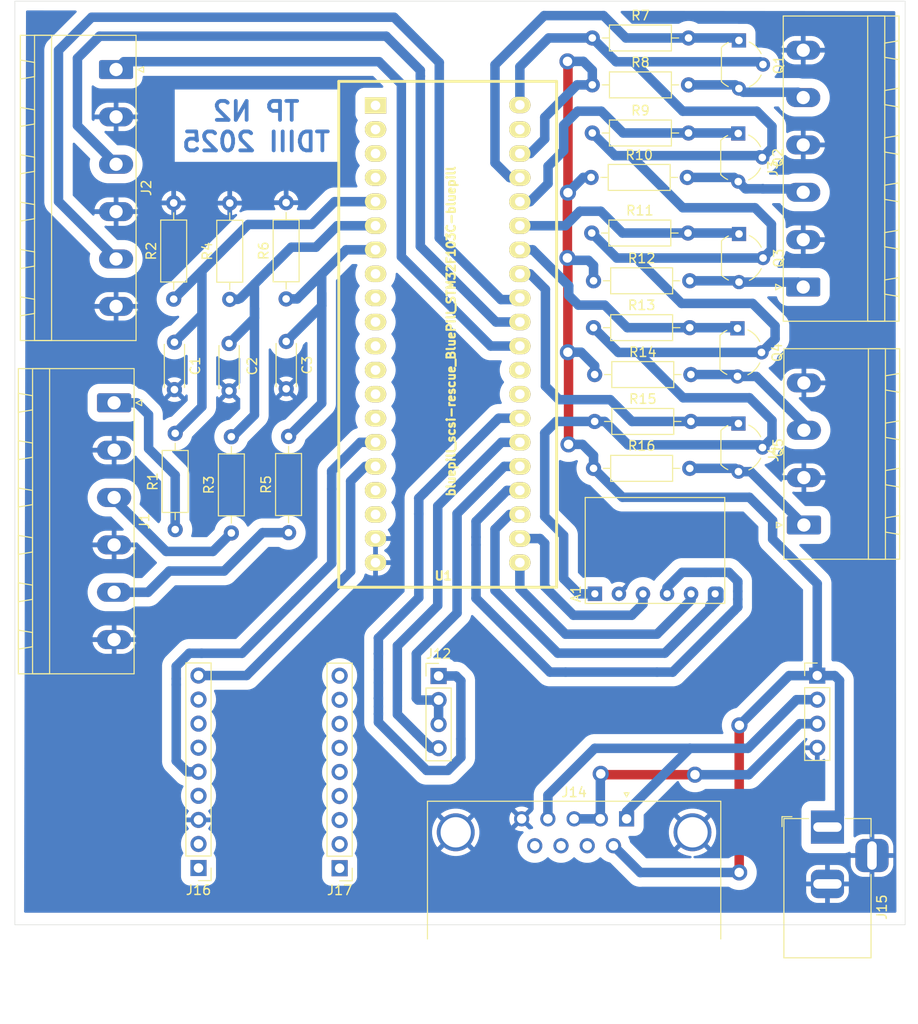
<source format=kicad_pcb>
(kicad_pcb (version 20241229) (generator "pcbnew") (generator_version "9.0")
  (layers (0 "F.Cu" signal) (2 "B.Cu" signal) (13 "F.Paste" user) (15 "B.Paste" user) (5 "F.SilkS" user "F.Silkscreen") (7 "B.SilkS" user "B.Silkscreen") (1 "F.Mask" user) (3 "B.Mask" user) (25 "Edge.Cuts" user))
  (net 0 "")
  (net 1 "/MISO")
  (net 2 "GND")
  (net 3 "/MOSI")
  (net 4 "/CS")
  (net 5 "/SCK")
  (net 6 "/A0")
  (net 7 "/A1")
  (net 8 "/A2")
  (net 9 "/D0")
  (net 10 "/D1")
  (net 11 "+5V")
  (net 12 "/D2")
  (net 13 "/TX1")
  (net 14 "/DIR")
  (net 15 "/RX1")
  (net 16 "/RS485_A")
  (net 17 "+3.3V")
  (net 18 "/TX3")
  (net 19 "/RX3")
  (net 20 "/D3")
  (net 21 "/D4")
  (net 22 "/D5")
  (net 23 "/D6")
  (net 24 "/D7")
  (net 38 "Net-(J1-Pin_3)")
  (net 39 "Net-(J1-Pin_1)")
  (net 40 "Net-(J1-Pin_5)")
  (net 41 "Net-(J3-Pin_3)")
  (net 42 "Net-(J3-Pin_1)")
  (net 43 "Net-(J4-Pin_3)")
  (net 44 "Net-(J4-Pin_1)")
  (net 62 "Net-(J3-Pin_5)")
  (net 64 "unconnected-(J14-Pad8)")
  (net 66 "/RS485_B")
  (footprint "Package_TO_SOT_THT:TO-92_Wide" (layer "F.Cu") (at 182.3 73.54 -90)
    (property "Reference" "Q4")
    (property "Value" "2N7000")
  )
  (footprint "Connector_Phoenix_MSTB:PhoenixContact_MSTBA_2,5_6-G_1x06_P5.00mm_Horizontal" (layer "F.Cu") (at 116.6875 46.22 -90)
    (property "Reference" "J2")
    (property "Value" "Conn_01x06_Pin")
  )
  (footprint "Connector_PinHeader_2.54mm:PinHeader_1x04_P2.54mm_Vertical" (layer "F.Cu") (at 190.72 110.2)
    (property "Reference" "J13" (hide yes))
    (property "Value" "Conn_01x04_Pin")
  )
  (footprint "Connector_Phoenix_MSTB:PhoenixContact_MSTBA_2,5_6-G_1x06_P5.00mm_Horizontal" (layer "F.Cu") (at 189.24 69.18 90)
    (property "Reference" "J3")
    (property "Value" "Conn_01x06_Pin")
  )
  (footprint "Resistor_THT:R_Axial_DIN0207_L6.3mm_D2.5mm_P10.16mm_Horizontal" (layer "F.Cu") (at 128.69 70.48 90)
    (property "Reference" "R4")
    (property "Value" "10k")
  )
  (footprint "Resistor_THT:R_Axial_DIN0207_L6.3mm_D2.5mm_P10.16mm_Horizontal" (layer "F.Cu") (at 166.84 57.61)
    (property "Reference" "R10")
    (property "Value" "390")
  )
  (footprint "Connector_PinHeader_2.54mm:PinHeader_1x09_P2.54mm_Vertical" (layer "F.Cu") (at 140.29 130.53 180)
    (property "Reference" "J17")
    (property "Value" "Conn_01x09_Pin")
  )
  (footprint "" (layer "F.Cu") (at 182.48 130.98)
    (property "Reference" "")
    (property "Value" "")
  )
  (footprint "Resistor_THT:R_Axial_DIN0207_L6.3mm_D2.5mm_P10.16mm_Horizontal" (layer "F.Cu") (at 166.97 42.89)
    (property "Reference" "R7")
    (property "Value" "10k")
  )
  (footprint "Resistor_THT:R_Axial_DIN0207_L6.3mm_D2.5mm_P10.16mm_Horizontal" (layer "F.Cu") (at 166.97 52.92)
    (property "Reference" "R9")
    (property "Value" "10k")
  )
  (footprint "Resistor_THT:R_Axial_DIN0207_L6.3mm_D2.5mm_P10.16mm_Horizontal" (layer "F.Cu") (at 167.1 73.47)
    (property "Reference" "R13")
    (property "Value" "10k")
  )
  (footprint "Package_TO_SOT_THT:TO-92_Wide" (layer "F.Cu") (at 182.45 43.15 -90)
    (property "Reference" "Q1")
    (property "Value" "2N7000")
  )
  (footprint "Resistor_THT:R_Axial_DIN0207_L6.3mm_D2.5mm_P10.16mm_Horizontal" (layer "F.Cu") (at 167.1 68.52)
    (property "Reference" "R12")
    (property "Value" "390")
  )
  (footprint "Resistor_THT:R_Axial_DIN0207_L6.3mm_D2.5mm_P10.16mm_Horizontal" (layer "F.Cu") (at 128.859 95.1455 90)
    (property "Reference" "R3")
    (property "Value" "5.1k")
  )
  (footprint "" (layer "F.Cu") (at 164.35 45.36)
    (property "Reference" "")
    (property "Value" "")
  )
  (footprint "" (layer "F.Cu") (at 164.46 85.79)
    (property "Reference" "")
    (property "Value" "")
  )
  (footprint "" (layer "F.Cu") (at 167.86 120.57)
    (property "Reference" "")
    (property "Value" "")
  )
  (footprint "Package_TO_SOT_THT:TO-92_Wide" (layer "F.Cu") (at 182.38 52.97 -90)
    (property "Reference" "Q2")
    (property "Value" "2N7000")
  )
  (footprint "Capacitor_THT:C_Disc_D4.3mm_W1.9mm_P5.00mm" (layer "F.Cu") (at 122.85 75.01 -90)
    (property "Reference" "C1")
    (property "Value" "10nF")
  )
  (footprint "" (layer "F.Cu") (at 182.5 115.45)
    (property "Reference" "")
    (property "Value" "")
  )
  (footprint "Connector_PinHeader_2.54mm:PinHeader_1x09_P2.54mm_Vertical" (layer "F.Cu") (at 125.39 130.51 180)
    (property "Reference" "J16")
    (property "Value" "Conn_01x09_Pin")
  )
  (footprint "Bluepill:BluePill_STM32F103C" (layer "F.Cu") (at 144.08 50.0608)
    (property "Reference" "U1")
    (property "Value" "bluepill_scsi-rescue_BluePill_STM32F103C-bluepill")
  )
  (footprint "" (layer "F.Cu") (at 164.34 66.11)
    (property "Reference" "")
    (property "Value" "")
  )
  (footprint "CharlesLab:BMP280_Module" (layer "F.Cu") (at 167.24 101.562 90)
    (property "Reference" "A1")
    (property "Value" "BMP280_Module")
  )
  (footprint "Connector_PinHeader_2.54mm:PinHeader_1x04_P2.54mm_Vertical" (layer "F.Cu") (at 150.74 110.24)
    (property "Reference" "J12")
    (property "Value" "Conn_01x04_Pin")
  )
  (footprint "Resistor_THT:R_Axial_DIN0207_L6.3mm_D2.5mm_P10.16mm_Horizontal" (layer "F.Cu") (at 167.1 88.32)
    (property "Reference" "R16")
    (property "Value" "390")
  )
  (footprint "Resistor_THT:R_Axial_DIN0207_L6.3mm_D2.5mm_P10.16mm_Horizontal" (layer "F.Cu") (at 167.22 83.37)
    (property "Reference" "R15")
    (property "Value" "10k")
  )
  (footprint "Resistor_THT:R_Axial_DIN0207_L6.3mm_D2.5mm_P10.16mm_Horizontal" (layer "F.Cu") (at 122.929 94.7855 90)
    (property "Reference" "R1")
    (property "Value" "5.1k")
  )
  (footprint "Capacitor_THT:C_Disc_D4.3mm_W1.9mm_P5.00mm" (layer "F.Cu") (at 134.651 74.9245 -90)
    (property "Reference" "C3")
    (property "Value" "10nF")
  )
  (footprint "Package_TO_SOT_THT:TO-92_Wide" (layer "F.Cu") (at 182.4 83.59 -90)
    (property "Reference" "Q5")
    (property "Value" "2N7000")
  )
  (footprint "Connector_Phoenix_MSTB:PhoenixContact_MSTBA_2,5_6-G_1x06_P5.00mm_Horizontal" (layer "F.Cu") (at 116.48 81.4 -90)
    (property "Reference" "J1")
    (property "Value" "Conn_01x06_Pin")
  )
  (footprint "Resistor_THT:R_Axial_DIN0207_L6.3mm_D2.5mm_P10.16mm_Horizontal" (layer "F.Cu") (at 134.641 70.4345 90)
    (property "Reference" "R6")
    (property "Value" "10k")
  )
  (footprint "Connector_Phoenix_MSTB:PhoenixContact_MSTBA_2,5_4-G_1x04_P5.00mm_Horizontal" (layer "F.Cu") (at 189.31 94.3 90)
    (property "Reference" "J4")
    (property "Value" "Conn_01x04_Pin")
  )
  (footprint "JACK_DC:BarrelJack_Horizontal_MP" (layer "F.Cu") (at 191.8 126.19 90)
    (property "Reference" "J15")
    (property "Value" "Barrel_Jack_MountingPin")
  )
  (footprint "Capacitor_THT:C_Disc_D4.3mm_W1.9mm_P5.00mm" (layer "F.Cu") (at 128.62 75.14 -90)
    (property "Reference" "C2")
    (property "Value" "10nF")
  )
  (footprint "" (layer "F.Cu") (at 164.39 76.06)
    (property "Reference" "")
    (property "Value" "")
  )
  (footprint "Resistor_THT:R_Axial_DIN0207_L6.3mm_D2.5mm_P10.16mm_Horizontal" (layer "F.Cu") (at 134.9 95.11 90)
    (property "Reference" "R5")
    (property "Value" "5.1k")
  )
  (footprint "Resistor_THT:R_Axial_DIN0207_L6.3mm_D2.5mm_P10.16mm_Horizontal" (layer "F.Cu") (at 167.22 78.42)
    (property "Reference" "R14")
    (property "Value" "390")
  )
  (footprint "Resistor_THT:R_Axial_DIN0207_L6.3mm_D2.5mm_P10.16mm_Horizontal" (layer "F.Cu") (at 122.77 70.46 90)
    (property "Reference" "R2")
    (property "Value" "10k")
  )
  (footprint "Connector_Dsub:DSUB-9_Socket_Horizontal_P2.77x2.84mm_EdgePinOffset9.90mm_Housed_MountingHolesOffset11.32mm" (layer "F.Cu") (at 170.59 125.319669)
    (property "Reference" "J14")
    (property "Value" "DE9_Socket_MountingHoles")
  )
  (footprint "" (layer "F.Cu") (at 177.81 120.66)
    (property "Reference" "")
    (property "Value" "")
  )
  (footprint "Resistor_THT:R_Axial_DIN0207_L6.3mm_D2.5mm_P10.16mm_Horizontal" (layer "F.Cu") (at 166.97 47.84)
    (property "Reference" "R8")
    (property "Value" "390")
  )
  (footprint "Package_TO_SOT_THT:TO-92_Wide" (layer "F.Cu") (at 182.46 63.58 -90)
    (property "Reference" "Q3")
    (property "Value" "2N7000")
  )
  (footprint "Resistor_THT:R_Axial_DIN0207_L6.3mm_D2.5mm_P10.16mm_Horizontal" (layer "F.Cu") (at 166.91 63.48)
    (property "Reference" "R11")
    (property "Value" "10k")
  )
  (footprint "" (layer "F.Cu") (at 164.4 59.22)
    (property "Reference" "")
    (property "Value" "")
  )
  (gr_line (start 106 136.5) (end 106 39) (stroke (width 0.05)) (layer "Edge.Cuts"))
  (gr_line (start 106 39) (end 200 39) (stroke (width 0.05)) (layer "Edge.Cuts"))
  (gr_line (start 200 136.5) (end 106 136.5) (stroke (width 0.05)) (layer "Edge.Cuts"))
  (gr_line (start 200 39) (end 200 136.5) (stroke (width 0.05)) (layer "Edge.Cuts"))
  (gr_text "TP N2\nTDIII 2025" (at 131.47 55.02 0) (layer "B.Cu") (effects (font (size 2 2) (thickness 0.4) (bold yes)) (justify bottom mirror)))
  (segment (start 179.94 102.512207) (end 179.401 103.051207) (width 1) (layer "B.Cu") (net 1))
  (segment (start 156.694 94.750551) (end 158.254551 93.19) (width 1) (layer "B.Cu") (net 1))
  (segment (start 180.329 101.3) (end 180.329 102.123207) (width 1) (layer "B.Cu") (net 1))
  (segment (start 180.329 102.123207) (end 179.94 102.512207) (width 1) (layer "B.Cu") (net 1))
  (segment (start 158.254551 93.19) (end 159.32 93.19) (width 1) (layer "B.Cu") (net 1))
  (segment (start 174.625207 107.827) (end 163.319317 107.827) (width 1) (layer "B.Cu") (net 1))
  (segment (start 156.694 101.201684) (end 156.694 94.750551) (width 1) (layer "B.Cu") (net 1))
  (segment (start 163.319317 107.827) (end 156.694 101.201684) (width 1) (layer "B.Cu") (net 1))
  (segment (start 179.94 101.562) (end 179.94 102.512207) (width 1) (layer "B.Cu") (net 1))
  (segment (start 179.401 103.051207) (end 179.401 102.761366) (width 1) (layer "B.Cu") (net 1))
  (segment (start 179.401 103.051207) (end 174.625207 107.827) (width 1) (layer "B.Cu") (net 1))
  (segment (start 179.663 101.3) (end 180.329 101.3) (width 1) (layer "B.Cu") (net 1))
  (segment (start 179.401 102.761366) (end 179.663 102.499366) (width 1) (layer "B.Cu") (net 1))
  (segment (start 179.663 102.499366) (end 179.663 101.3) (width 1) (layer "B.Cu") (net 1))
  (segment (start 182.33 100.471159) (end 182.33 101.294365) (width 1) (layer "B.Cu") (net 3))
  (segment (start 174.86 100.901634) (end 176.462634 99.299) (width 1) (layer "B.Cu") (net 3))
  (segment (start 180.491841 99.299) (end 180.877366 99.299) (width 1) (layer "B.Cu") (net 3))
  (segment (start 181.941 103.341048) (end 181.402 103.880049) (width 1) (layer "B.Cu") (net 3))
  (segment (start 181.389 99.299) (end 182.33 100.24) (width 1) (layer "B.Cu") (net 3))
  (segment (start 155.865159 103.202684) (end 154.693 102.030526) (width 1) (layer "B.Cu") (net 3))
  (segment (start 174.86 101.562) (end 174.86 100.901634) (width 1) (layer "B.Cu") (net 3))
  (segment (start 179.002634 99.299) (end 179.500159 99.299) (width 1) (layer "B.Cu") (net 3))
  (segment (start 180.229842 105.052207) (end 175.454048 109.828) (width 1) (layer "B.Cu") (net 3))
  (segment (start 154.693 102.030525) (end 154.693 100.372842) (width 1) (layer "B.Cu") (net 3))
  (segment (start 181.941 103.341049) (end 181.941 103.341048) (width 1) (layer "B.Cu") (net 3))
  (segment (start 182.33 102.952049) (end 181.941 103.341049) (width 1) (layer "B.Cu") (net 3))
  (segment (start 157.204362 104.541887) (end 155.865159 103.202684) (width 1) (layer "B.Cu") (net 3))
  (segment (start 154.693 96.397) (end 154.693 95.579393) (width 1) (layer "B.Cu") (net 3))
  (segment (start 181.402 103.880049) (end 180.768842 104.513207) (width 1) (layer "B.Cu") (net 3))
  (segment (start 157.964709 90.65) (end 159.32 90.65) (width 1) (layer "B.Cu") (net 3))
  (segment (start 156.253551 92.361159) (end 156.57 92.044709) (width 1) (layer "B.Cu") (net 3))
  (segment (start 154.693 93.921709) (end 156.253551 92.361159) (width 1) (layer "B.Cu") (net 3))
  (segment (start 173.796365 109.828) (end 164.148159 109.828) (width 1) (layer "B.Cu") (net 3))
  (segment (start 179.500159 99.299) (end 180.491841 99.299) (width 1) (layer "B.Cu") (net 3))
  (segment (start 180.877366 99.299) (end 181.157841 99.299) (width 1) (layer "B.Cu") (net 3))
  (segment (start 154.693 102.030526) (end 154.693 102.030525) (width 1) (layer "B.Cu") (net 3))
  (segment (start 162.490475 109.828) (end 157.840599 105.178125) (width 1) (layer "B.Cu") (net 3))
  (segment (start 154.693 95.579393) (end 154.693 93.921709) (width 1) (layer "B.Cu") (net 3))
  (segment (start 175.454048 109.828) (end 175.454049 109.828) (width 1) (layer "B.Cu") (net 3))
  (segment (start 154.693 100.372842) (end 154.693 96.397) (width 1) (layer "B.Cu") (net 3))
  (segment (start 175.454048 109.828) (end 173.796365 109.828) (width 1) (layer "B.Cu") (net 3))
  (segment (start 157.425709 91.189) (end 157.964709 90.65) (width 1) (layer "B.Cu") (net 3))
  (segment (start 164.148159 109.828) (end 162.490475 109.828) (width 1) (layer "B.Cu") (net 3))
  (segment (start 156.57 92.044709) (end 157.425709 91.189) (width 1) (layer "B.Cu") (net 3))
  (segment (start 157.840599 105.178125) (end 157.204362 104.541887) (width 1) (layer "B.Cu") (net 3))
  (segment (start 180.768842 104.513207) (end 180.229842 105.052207) (width 1) (layer "B.Cu") (net 3))
  (segment (start 182.33 101.294365) (end 182.33 102.128841) (width 1) (layer "B.Cu") (net 3))
  (segment (start 182.33 102.952049) (end 182.33 102.952048) (width 1) (layer "B.Cu") (net 3))
  (segment (start 178.834159 99.299) (end 179.002634 99.299) (width 1) (layer "B.Cu") (net 3))
  (segment (start 182.33 102.128841) (end 182.33 102.952049) (width 1) (layer "B.Cu") (net 3))
  (segment (start 176.462634 99.299) (end 178.834159 99.299) (width 1) (layer "B.Cu") (net 3))
  (segment (start 182.33 100.24) (end 182.33 100.471159) (width 1) (layer "B.Cu") (net 3))
  (segment (start 181.157841 99.299) (end 181.389 99.299) (width 1) (layer "B.Cu") (net 3))
  (segment (start 159.32 100.997841) (end 159.32 98.27) (width 1) (layer "B.Cu") (net 4))
  (segment (start 177.4 102.222366) (end 173.796366 105.826) (width 1) (layer "B.Cu") (net 4))
  (segment (start 164.148158 105.826) (end 159.32 100.997841) (width 1) (layer "B.Cu") (net 4))
  (segment (start 177.4 101.562) (end 177.4 102.222366) (width 1) (layer "B.Cu") (net 4))
  (segment (start 173.796366 105.826) (end 164.148158 105.826) (width 1) (layer "B.Cu") (net 4))
  (segment (start 161.946 96.231) (end 161.946 100.794) (width 1) (layer "B.Cu") (net 5))
  (segment (start 161.445 95.73) (end 161.946 96.231) (width 1) (layer "B.Cu") (net 5))
  (segment (start 172.32 102.63963) (end 172.32 101.562) (width 1) (layer "B.Cu") (net 5))
  (segment (start 161.946 100.794) (end 164.977 103.825) (width 1) (layer "B.Cu") (net 5))
  (segment (start 171.13463 103.825) (end 172.32 102.63963) (width 1) (layer "B.Cu") (net 5))
  (segment (start 164.977 103.825) (end 171.13463 103.825) (width 1) (layer "B.Cu") (net 5))
  (segment (start 159.32 95.73) (end 161.445 95.73) (width 1) (layer "B.Cu") (net 5))
  (segment (start 125.75 72.11) (end 125.75 71.97) (width 1) (layer "B.Cu") (net 6))
  (segment (start 122.77 70.46) (end 125.75 67.48) (width 1) (layer "B.Cu") (net 6))
  (segment (start 125.75 81.8045) (end 122.929 84.6255) (width 1) (layer "B.Cu") (net 6))
  (segment (start 122.73 70.5) (end 122.77 70.46) (width 1) (layer "B.Cu") (net 6))
  (segment (start 130.6545 62.5755) (end 137.353683 62.5755) (width 1) (layer "B.Cu") (net 6))
  (segment (start 137.353683 62.5755) (end 139.759183 60.17) (width 1) (layer "B.Cu") (net 6))
  (segment (start 125.75 81.8045) (end 125.75 71.97) (width 1) (layer "B.Cu") (net 6))
  (segment (start 125.75 71.97) (end 125.75 67.48) (width 1) (layer "B.Cu") (net 6))
  (segment (start 139.759183 60.17) (end 144.08 60.17) (width 1) (layer "B.Cu") (net 6))
  (segment (start 125.75 67.48) (end 130.6545 62.5755) (width 1) (layer "B.Cu") (net 6))
  (segment (start 122.85 75.01) (end 125.75 72.11) (width 1) (layer "B.Cu") (net 6))
  (segment (start 135.19 64.9755) (end 137.783525 64.9755) (width 1) (layer "B.Cu") (net 7))
  (segment (start 133.03775 67.12775) (end 135.19 64.9755) (width 1) (layer "B.Cu") (net 7))
  (segment (start 128.62 75.14) (end 131.3 72.46) (width 1) (layer "B.Cu") (net 7))
  (segment (start 128.62 70.55) (end 128.69 70.48) (width 1) (layer "B.Cu") (net 7))
  (segment (start 131.831 68.3345) (end 133.03775 67.12775) (width 1) (layer "B.Cu") (net 7))
  (segment (start 131.831 68.3445) (end 129.801 70.3745) (width 1) (layer "B.Cu") (net 7))
  (segment (start 129.56 70.48) (end 128.69 70.48) (width 1) (layer "B.Cu") (net 7))
  (segment (start 131.3 71.45) (end 131.3 68.8655) (width 1) (layer "B.Cu") (net 7))
  (segment (start 140.049025 62.71) (end 144.08 62.71) (width 1) (layer "B.Cu") (net 7))
  (segment (start 131.3 68.8655) (end 133.03775 67.12775) (width 1) (layer "B.Cu") (net 7))
  (segment (start 143.73 62.71) (end 144.08 62.71) (width 1) (layer "B.Cu") (net 7))
  (segment (start 131.3 82.68) (end 131.3 71.45) (width 1) (layer "B.Cu") (net 7))
  (segment (start 129.1 84.88) (end 131.3 82.68) (width 1) (layer "B.Cu") (net 7))
  (segment (start 131.3 72.46) (end 131.3 71.45) (width 1) (layer "B.Cu") (net 7))
  (segment (start 137.783525 64.9755) (end 140.049025 62.71) (width 1) (layer "B.Cu") (net 7))
  (segment (start 143.5546 62.8854) (end 143.73 62.71) (width 1) (layer "B.Cu") (net 7))
  (segment (start 131.831 68.3345) (end 131.831 68.3445) (width 1) (layer "B.Cu") (net 7))
  (segment (start 140.9855 65.25) (end 138.4 67.8355) (width 1) (layer "B.Cu") (net 8))
  (segment (start 135.801 70.4345) (end 138.4 67.8355) (width 1) (layer "B.Cu") (net 8))
  (segment (start 138.4 81.45) (end 134.9 84.95) (width 1) (layer "B.Cu") (net 8))
  (segment (start 134.641 70.4345) (end 135.801 70.4345) (width 1) (layer "B.Cu") (net 8))
  (segment (start 134.651 74.9245) (end 138.4 71.1755) (width 1) (layer "B.Cu") (net 8))
  (segment (start 138.4 71.1755) (end 138.4 69.81) (width 1) (layer "B.Cu") (net 8))
  (segment (start 144.08 65.25) (end 140.9855 65.25) (width 1) (layer "B.Cu") (net 8))
  (segment (start 144.08 65.4254) (end 144.08 65.25) (width 1) (layer "B.Cu") (net 8))
  (segment (start 138.4 67.8355) (end 138.4 81.45) (width 1) (layer "B.Cu") (net 8))
  (segment (start 156.24 75.41) (end 146.81 65.98) (width 1) (layer "B.Cu") (net 9))
  (segment (start 146.81 47.7494) (end 144.4506 45.39) (width 1) (layer "B.Cu") (net 9))
  (segment (start 117.5175 45.39) (end 116.6875 46.22) (width 1) (layer "B.Cu") (net 9))
  (segment (start 159.32 75.41) (end 156.24 75.41) (width 1) (layer "B.Cu") (net 9))
  (segment (start 146.81 65.98) (end 146.81 47.7494) (width 1) (layer "B.Cu") (net 9))
  (segment (start 144.4506 45.39) (end 117.5175 45.39) (width 1) (layer "B.Cu") (net 9))
  (segment (start 112.61 45.0315) (end 114.94 42.7015) (width 1) (layer "B.Cu") (net 10))
  (segment (start 156.8 72.87) (end 159.32 72.87) (width 1) (layer "B.Cu") (net 10))
  (segment (start 114.94 42.7015) (end 145.20555 42.7015) (width 1) (layer "B.Cu") (net 10))
  (segment (start 148.811 64.881) (end 156.8 72.87) (width 1) (layer "B.Cu") (net 10))
  (segment (start 145.20555 42.7015) (end 148.811 46.30695) (width 1) (layer "B.Cu") (net 10))
  (segment (start 148.811 46.920559) (end 148.811 46.920558) (width 1) (layer "B.Cu") (net 10))
  (segment (start 148.811 46.30695) (end 148.811 46.920559) (width 1) (layer "B.Cu") (net 10))
  (segment (start 148.811 46.920559) (end 148.811 64.881) (width 1) (layer "B.Cu") (net 10))
  (segment (start 116.6875 56.22) (end 112.61 52.1425) (width 1) (layer "B.Cu") (net 10))
  (segment (start 112.61 52.1425) (end 112.61 45.0315) (width 1) (layer "B.Cu") (net 10))
  (segment (start 164.34 59.28) (end 164.4 59.22) (width 1) (layer "F.Cu") (net 11))
  (segment (start 164.4 45.41) (end 164.35 45.36) (width 1) (layer "F.Cu") (net 11))
  (segment (start 182.48 130.98) (end 182.48 115.48) (width 1) (layer "F.Cu") (net 11))
  (segment (start 164.46 76.13) (end 164.39 76.06) (width 1) (layer "F.Cu") (net 11))
  (segment (start 164.39 66.16) (end 164.34 66.11) (width 1) (layer "F.Cu") (net 11))
  (segment (start 164.39 76.06) (end 164.39 66.16) (width 1) (layer "F.Cu") (net 11))
  (segment (start 164.34 66.11) (end 164.34 59.28) (width 1) (layer "F.Cu") (net 11))
  (segment (start 164.46 85.79) (end 164.46 76.13) (width 1) (layer "F.Cu") (net 11))
  (segment (start 164.4 59.22) (end 164.4 45.41) (width 1) (layer "F.Cu") (net 11))
  (segment (start 187.75 110.2) (end 190.72 110.2) (width 1) (layer "B.Cu") (net 11))
  (segment (start 166.84 57.61) (end 166.01 57.61) (width 1) (layer "B.Cu") (net 11))
  (segment (start 167.1 88.32) (end 167.1 86.96) (width 1) (layer "B.Cu") (net 11))
  (segment (start 183.555079 91.374921) (end 170.154921 91.374921) (width 1) (layer "B.Cu") (net 11))
  (segment (start 167.1 66.9) (end 166.56 66.36) (width 1) (layer "B.Cu") (net 11))
  (segment (start 182.5 115.45) (end 187.75 110.2) (width 1) (layer "B.Cu") (net 11))
  (segment (start 190.72 100.493214) (end 189.508393 99.281607) (width 1) (layer "B.Cu") (net 11))
  (segment (start 172.045331 130.98) (end 182.48 130.98) (width 1) (layer "B.Cu") (net 11))
  (segment (start 172.035331 130.99) (end 172.045331 130.98) (width 1) (layer "B.Cu") (net 11))
  (segment (start 165.79 76.06) (end 164.39 76.06) (width 1) (layer "B.Cu") (net 11))
  (segment (start 167.22 77.49) (end 165.79 76.06) (width 1) (layer "B.Cu") (net 11))
  (segment (start 166.97 46.3) (end 166.03 45.36) (width 1) (layer "B.Cu") (net 11))
  (segment (start 159.32 55.09) (end 160.4 55.09) (width 1) (layer "B.Cu") (net 11))
  (segment (start 164.615133 66.36) (end 164.352566 66.097433) (width 1) (layer "B.Cu") (net 11))
  (segment (start 161.949 53.541) (end 161.949 51.261158) (width 1) (layer "B.Cu") (net 11))
  (segment (start 167.22 78.42) (end 167.22 77.49) (width 1) (layer "B.Cu") (net 11))
  (segment (start 165.93 85.79) (end 164.46 85.79) (width 1) (layer "B.Cu") (net 11))
  (segment (start 167.1 86.96) (end 165.93 85.79) (width 1) (layer "B.Cu") (net 11))
  (segment (start 161.949 51.261158) (end 165.370158 47.84) (width 1) (layer "B.Cu") (net 11))
  (segment (start 190.72 110.2) (end 190.72 100.493214) (width 1) (layer "B.Cu") (net 11))
  (segment (start 166.56 66.36) (end 164.615133 66.36) (width 1) (layer "B.Cu") (net 11))
  (segment (start 165.370158 47.84) (end 166.97 47.84) (width 1) (layer "B.Cu") (net 11))
  (segment (start 190.313393 100.086607) (end 189.508393 99.281607) (width 1) (layer "B.Cu") (net 11))
  (segment (start 166.03 45.36) (end 164.35 45.36) (width 1) (layer "B.Cu") (net 11))
  (segment (start 160.4 55.09) (end 161.949 53.541) (width 1) (layer "B.Cu") (net 11))
  (segment (start 167.1 68.52) (end 167.1 66.9) (width 1) (layer "B.Cu") (net 11))
  (segment (start 192.57 110.2) (end 190.72 110.2) (width 1) (layer "B.Cu") (net 11))
  (segment (start 186.009 93.828842) (end 183.555079 91.374921) (width 1) (layer "B.Cu") (net 11))
  (segment (start 191.8 126.19) (end 191.8 127.11) (width 1) (layer "B.Cu") (net 11))
  (segment (start 193.071 110.701) (end 192.57 110.2) (width 1) (layer "B.Cu") (net 11))
  (segment (start 186.009 95.782214) (end 186.009 93.828842) (width 1) (layer "B.Cu") (net 11))
  (segment (start 169.205 128.159669) (end 172.035331 130.99) (width 1) (layer "B.Cu") (net 11))
  (segment (start 193.071 124.919) (end 193.071 110.701) (width 1) (layer "B.Cu") (net 11))
  (segment (start 166.01 57.61) (end 164.4 59.22) (width 1) (layer "B.Cu") (net 11))
  (segment (start 166.97 47.84) (end 166.97 46.3) (width 1) (layer "B.Cu") (net 11))
  (segment (start 189.508393 99.281607) (end 186.009 95.782214) (width 1) (layer "B.Cu") (net 11))
  (segment (start 191.8 126.19) (end 193.071 124.919) (width 1) (layer "B.Cu") (net 11))
  (segment (start 170.154921 91.374921) (end 167.1 88.32) (width 1) (layer "B.Cu") (net 11))
  (segment (start 150.812 45.478108) (end 150.812 63.992) (width 1) (layer "B.Cu") (net 12))
  (segment (start 110.609 44.202658) (end 114.111159 40.7005) (width 1) (layer "B.Cu") (net 12))
  (segment (start 146.034391 40.7005) (end 150.812 45.478108) (width 1) (layer "B.Cu") (net 12))
  (segment (start 159.4954 70.5054) (end 159.32 70.33) (width 1) (layer "B.Cu") (net 12))
  (segment (start 150.812 63.992) (end 157.3254 70.5054) (width 1) (layer "B.Cu") (net 12))
  (segment (start 116.6875 66.22) (end 110.609 60.1415) (width 1) (layer "B.Cu") (net 12))
  (segment (start 114.111159 40.7005) (end 146.034391 40.7005) (width 1) (layer "B.Cu") (net 12))
  (segment (start 157.3254 70.5054) (end 159.4954 70.5054) (width 1) (layer "B.Cu") (net 12))
  (segment (start 110.609 60.1415) (end 110.609 44.202658) (width 1) (layer "B.Cu") (net 12))
  (segment (start 146.388 108.717842) (end 146.388 111.762158) (width 1) (layer "B.Cu") (net 13))
  (segment (start 157.379842 85.57) (end 159.32 85.57) (width 1) (layer "B.Cu") (net 13))
  (segment (start 148.389 116.293817) (end 149.766183 117.671) (width 1) (layer "B.Cu") (net 13))
  (segment (start 146.388 107.060159) (end 146.388 107.060158) (width 1) (layer "B.Cu") (net 13))
  (segment (start 146.388 113.419842) (end 146.388 114.292817) (width 1) (layer "B.Cu") (net 13))
  (segment (start 146.388 107.060159) (end 146.388 108.717842) (width 1) (layer "B.Cu") (net 13))
  (segment (start 146.388 113.419841) (end 146.388 113.419842) (width 1) (layer "B.Cu") (net 13))
  (segment (start 150.65 92.299842) (end 150.65 102.798158) (width 1) (layer "B.Cu") (net 13))
  (segment (start 159.32 85.57) (end 159.32 85.7454) (width 1) (layer "B.Cu") (net 13))
  (segment (start 149.766183 117.671) (end 149.955183 117.86) (width 1) (layer "B.Cu") (net 13))
  (segment (start 150.65 102.798158) (end 146.388 107.060157) (width 1) (layer "B.Cu") (net 13))
  (segment (start 149.955183 117.86) (end 150.74 117.86) (width 1) (layer "B.Cu") (net 13))
  (segment (start 146.388 111.762158) (end 146.388 113.419841) (width 1) (layer "B.Cu") (net 13))
  (segment (start 146.388 114.292817) (end 148.389 116.293817) (width 1) (layer "B.Cu") (net 13))
  (segment (start 150.65 92.299842) (end 157.379842 85.57) (width 1) (layer "B.Cu") (net 13))
  (segment (start 146.388 107.060157) (end 146.388 107.060159) (width 1) (layer "B.Cu") (net 13))
  (segment (start 152.692 93.092868) (end 152.692 103.586) (width 1) (layer "B.Cu") (net 14))
  (segment (start 159.32 88.11) (end 157.674867 88.11) (width 1) (layer "B.Cu") (net 14))
  (segment (start 152.692 103.586) (end 148.389 107.889) (width 1) (layer "B.Cu") (net 14))
  (segment (start 157.674867 88.11) (end 156.051157 89.733709) (width 1) (layer "B.Cu") (net 14))
  (segment (start 148.389 112.591) (end 148.578 112.78) (width 1) (layer "B.Cu") (net 14))
  (segment (start 148.389 107.889) (end 148.389 112.591) (width 1) (layer "B.Cu") (net 14))
  (segment (start 156.051157 89.733709) (end 152.692 93.092868) (width 1) (layer "B.Cu") (net 14))
  (segment (start 150.74 112.78) (end 150.74 115.32) (width 1) (layer "B.Cu") (net 14))
  (segment (start 156.051157 89.733709) (end 156.051158 89.733709) (width 1) (layer "B.Cu") (net 14))
  (segment (start 148.578 112.78) (end 150.74 112.78) (width 1) (layer "B.Cu") (net 14))
  (segment (start 148.649 93.128684) (end 148.649 91.471001) (width 1) (layer "B.Cu") (net 15))
  (segment (start 148.649 91.471) (end 149.24 90.88) (width 1) (layer "B.Cu") (net 15))
  (segment (start 152.59 110.24) (end 153.091 110.741) (width 1) (layer "B.Cu") (net 15))
  (segment (start 144.387 106.231318) (end 144.387 106.231317) (width 1) (layer "B.Cu") (net 15))
  (segment (start 144.387 106.231315) (end 145.559159 105.059157) (width 1) (layer "B.Cu") (net 15))
  (segment (start 148.937341 119.672) (end 147.765183 118.499842) (width 1) (layer "B.Cu") (net 15))
  (segment (start 157.09 83.03) (end 159.32 83.03) (width 1) (layer "B.Cu") (net 15))
  (segment (start 146.388 117.122659) (end 144.387 115.121658) (width 1) (layer "B.Cu") (net 15))
  (segment (start 144.387 109.546683) (end 144.387 107.889001) (width 1) (layer "B.Cu") (net 15))
  (segment (start 150.74 110.24) (end 150.691 110.191) (width 1) (layer "B.Cu") (net 15))
  (segment (start 151.713817 120.211) (end 149.766183 120.211) (width 1) (layer "B.Cu") (net 15))
  (segment (start 144.387 114.248683) (end 144.387 114.248682) (width 1) (layer "B.Cu") (net 15))
  (segment (start 149.126341 119.861) (end 148.937341 119.672) (width 1) (layer "B.Cu") (net 15))
  (segment (start 148.649 91.471001) (end 148.649 91.471) (width 1) (layer "B.Cu") (net 15))
  (segment (start 156.988351 83.131648) (end 156.988352 83.131648) (width 1) (layer "B.Cu") (net 15))
  (segment (start 144.387 106.231317) (end 144.387 106.231315) (width 1) (layer "B.Cu") (net 15))
  (segment (start 144.387 107.889001) (end 144.387 107.889) (width 1) (layer "B.Cu") (net 15))
  (segment (start 144.387 112.590999) (end 144.387 110.933317) (width 1) (layer "B.Cu") (net 15))
  (segment (start 144.387 113.463975) (end 144.387 112.591001) (width 1) (layer "B.Cu") (net 15))
  (segment (start 150.74 110.24) (end 152.59 110.24) (width 1) (layer "B.Cu") (net 15))
  (segment (start 144.387 115.121658) (end 144.387 114.248683) (width 1) (layer "B.Cu") (net 15))
  (segment (start 147.765183 118.499842) (end 147.560158 118.294817) (width 1) (layer "B.Cu") (net 15))
  (segment (start 156.988352 83.131648) (end 156.988354 83.131646) (width 1) (layer "B.Cu") (net 15))
  (segment (start 149.476341 120.211) (end 149.126341 119.861) (width 1) (layer "B.Cu") (net 15))
  (segment (start 149.24 90.88) (end 156.695312 83.424688) (width 1) (layer "B.Cu") (net 15))
  (segment (start 153.091 118.833817) (end 151.713817 120.211) (width 1) (layer "B.Cu") (net 15))
  (segment (start 144.387 112.591001) (end 144.387 112.591) (width 1) (layer "B.Cu") (net 15))
  (segment (start 153.091 110.741) (end 153.091 116.886183) (width 1) (layer "B.Cu") (net 15))
  (segment (start 144.387 107.888999) (end 144.387 106.231318) (width 1) (layer "B.Cu") (net 15))
  (segment (start 145.559159 105.059157) (end 148.649 101.969316) (width 1) (layer "B.Cu") (net 15))
  (segment (start 147.560158 118.294817) (end 146.388 117.122659) (width 1) (layer "B.Cu") (net 15))
  (segment (start 144.387 107.889) (end 144.387 107.888999) (width 1) (layer "B.Cu") (net 15))
  (segment (start 144.387 114.248682) (end 144.387 113.463975) (width 1) (layer "B.Cu") (net 15))
  (segment (start 144.387 112.591) (end 144.387 112.590999) (width 1) (layer "B.Cu") (net 15))
  (segment (start 156.988354 83.131646) (end 157.09 83.03) (width 1) (layer "B.Cu") (net 15))
  (segment (start 148.649 101.969316) (end 148.649 93.128684) (width 1) (layer "B.Cu") (net 15))
  (segment (start 144.387 110.933317) (end 144.387 109.546683) (width 1) (layer "B.Cu") (net 15))
  (segment (start 149.766183 120.211) (end 149.476341 120.211) (width 1) (layer "B.Cu") (net 15))
  (segment (start 153.091 116.886183) (end 153.091 118.833817) (width 1) (layer "B.Cu") (net 15))
  (segment (start 156.695312 83.424688) (end 156.988351 83.131648) (width 1) (layer "B.Cu") (net 15))
  (segment (start 177.81 120.66) (end 167.95 120.66) (width 1) (layer "F.Cu") (net 16))
  (segment (start 167.95 120.66) (end 167.86 120.57) (width 1) (layer "F.Cu") (net 16))
  (segment (start 167.82 125.319669) (end 165.05 125.319669) (width 1) (layer "B.Cu") (net 16))
  (segment (start 177.81 120.66) (end 183.49 120.66) (width 1) (layer "B.Cu") (net 16))
  (segment (start 183.49 120.66) (end 188.87 115.28) (width 1) (layer "B.Cu") (net 16))
  (segment (start 167.82 125.319669) (end 167.82 120.61) (width 1) (layer "B.Cu") (net 16))
  (segment (start 188.87 115.28) (end 190.72 115.28) (width 1) (layer "B.Cu") (net 16))
  (segment (start 177.81 120.66) (end 177.92 120.55) (width 1) (layer "B.Cu") (net 16))
  (segment (start 167.82 120.61) (end 167.86 120.57) (width 1) (layer "B.Cu") (net 16))
  (segment (start 176.396894 70.911) (end 183.891 70.911) (width 1) (layer "B.Cu") (net 17))
  (segment (start 169.359 55.309) (end 171.02 55.309) (width 1) (layer "B.Cu") (net 17))
  (segment (start 185.88 62.55) (end 185.88 65.24) (width 1) (layer "B.Cu") (net 17))
  (segment (start 166.97 42.89) (end 169.481 45.401) (width 1) (layer "B.Cu") (net 17))
  (segment (start 184.719 55.309) (end 184.92 55.51) (width 1) (layer "B.Cu") (net 17))
  (segment (start 169.71 76.08) (end 171.98 76.08) (width 1) (layer "B.Cu") (net 17))
  (segment (start 163.166551 83.37) (end 167.22 83.37) (width 1) (layer "B.Cu") (net 17))
  (segment (start 171.98 76.29) (end 176.561 80.871) (width 1) (layer "B.Cu") (net 17))
  (segment (start 171.3 45.401) (end 176.518 50.619) (width 1) (layer "B.Cu") (net 17))
  (segment (start 185.94 85.13) (end 184.94 86.13) (width 1) (layer "B.Cu") (net 17))
  (segment (start 184.701 45.401) (end 184.99 45.69) (width 1) (layer "B.Cu") (net 17))
  (segment (start 159.32 49.9592) (end 159.32 45.93) (width 1) (layer "B.Cu") (net 17))
  (segment (start 166.91 63.48) (end 169.55 66.12) (width 1) (layer "B.Cu") (net 17))
  (segment (start 161.946 93.401158) (end 161.946 84.590551) (width 1) (layer "B.Cu") (net 17))
  (segment (start 171.98 76.08) (end 171.98 76.29) (width 1) (layer "B.Cu") (net 17))
  (segment (start 165.543842 101.562) (end 163.947 99.965158) (width 1) (layer "B.Cu") (net 17))
  (segment (start 172.02 66.534106) (end 176.396894 70.911) (width 1) (layer "B.Cu") (net 17))
  (segment (start 167.24 101.562) (end 165.543842 101.562) (width 1) (layer "B.Cu") (net 17))
  (segment (start 184.651 85.841) (end 184.94 86.13) (width 1) (layer "B.Cu") (net 17))
  (segment (start 159.32 45.93) (end 162.36 42.89) (width 1) (layer "B.Cu") (net 17))
  (segment (start 185.94 83.253052) (end 185.94 85.13) (width 1) (layer "B.Cu") (net 17))
  (segment (start 183.891 70.911) (end 186.27 73.29) (width 1) (layer "B.Cu") (net 17))
  (segment (start 163.947 95.402159) (end 161.946 93.401158) (width 1) (layer "B.Cu") (net 17))
  (segment (start 171.98 76.08) (end 184.84 76.08) (width 1) (layer "B.Cu") (net 17))
  (segment (start 161.946 84.590551) (end 163.166551 83.37) (width 1) (layer "B.Cu") (net 17))
  (segment (start 166.97 52.92) (end 169.359 55.309) (width 1) (layer "B.Cu") (net 17))
  (segment (start 172.02 66.12) (end 172.02 66.534106) (width 1) (layer "B.Cu") (net 17))
  (segment (start 168.28 83.37) (end 170.751 85.841) (width 1) (layer "B.Cu") (net 17))
  (segment (start 171.02 55.309) (end 184.719 55.309) (width 1) (layer "B.Cu") (net 17))
  (segment (start 172.02 66.12) (end 185 66.12) (width 1) (layer "B.Cu") (net 17))
  (segment (start 184.339 50.619) (end 185.939 52.219) (width 1) (layer "B.Cu") (net 17))
  (segment (start 167.22 83.37) (end 168.28 83.37) (width 1) (layer "B.Cu") (net 17))
  (segment (start 162.36 42.89) (end 166.97 42.89) (width 1) (layer "B.Cu") (net 17))
  (segment (start 184.14 60.81) (end 185.88 62.55) (width 1) (layer "B.Cu") (net 17))
  (segment (start 169.481 45.401) (end 171.3 45.401) (width 1) (layer "B.Cu") (net 17))
  (segment (start 176.518 50.619) (end 184.339 50.619) (width 1) (layer "B.Cu") (net 17))
  (segment (start 184.631 55.221) (end 184.92 55.51) (width 1) (layer "B.Cu") (net 17))
  (segment (start 171.02 55.309) (end 176.521 60.81) (width 1) (layer "B.Cu") (net 17))
  (segment (start 170.751 85.841) (end 184.651 85.841) (width 1) (layer "B.Cu") (net 17))
  (segment (start 185.88 65.24) (end 185 66.12) (width 1) (layer "B.Cu") (net 17))
  (segment (start 171.3 45.401) (end 184.701 45.401) (width 1) (layer "B.Cu") (net 17))
  (segment (start 183.557948 80.871) (end 185.94 83.253052) (width 1) (layer "B.Cu") (net 17))
  (segment (start 163.947 99.965158) (end 163.947 95.402159) (width 1) (layer "B.Cu") (net 17))
  (segment (start 185.939 54.491) (end 184.92 55.51) (width 1) (layer "B.Cu") (net 17))
  (segment (start 167.1 73.47) (end 169.71 76.08) (width 1) (layer "B.Cu") (net 17))
  (segment (start 186.27 74.65) (end 184.84 76.08) (width 1) (layer "B.Cu") (net 17))
  (segment (start 176.521 60.81) (end 184.14 60.81) (width 1) (layer "B.Cu") (net 17))
  (segment (start 185.939 52.219) (end 185.939 54.491) (width 1) (layer "B.Cu") (net 17))
  (segment (start 186.27 73.29) (end 186.27 74.65) (width 1) (layer "B.Cu") (net 17))
  (segment (start 176.561 80.871) (end 183.557948 80.871) (width 1) (layer "B.Cu") (net 17))
  (segment (start 169.55 66.12) (end 172.02 66.12) (width 1) (layer "B.Cu") (net 17))
  (segment (start 123.039 119.201081) (end 124.187919 120.35) (width 1) (layer "B.Cu") (net 18))
  (segment (start 144.08 85.7554) (end 144.08 85.57) (width 1) (layer "B.Cu") (net 18))
  (segment (start 129.981158 107.839) (end 125.69 107.839) (width 1) (layer "B.Cu") (net 18))
  (segment (start 135.591158 102.229) (end 129.981158 107.839) (width 1) (layer "B.Cu") (net 18))
  (segment (start 139.453 88.5948) (end 139.453 88.84171) (width 1) (layer "B.Cu") (net 18))
  (segment (start 139.453 90.499393) (end 139.453 98.367158) (width 1) (layer "B.Cu") (net 18))
  (segment (start 124.187919 120.35) (end 125.39 120.35) (width 1) (layer "B.Cu") (net 18))
  (segment (start 142.4778 85.57) (end 139.453 88.5948) (width 1) (layer "B.Cu") (net 18))
  (segment (start 124.416183 107.839) (end 123.039 109.216183) (width 1) (layer "B.Cu") (net 18))
  (segment (start 125.731 107.839) (end 124.416183 107.839) (width 1) (layer "B.Cu") (net 18))
  (segment (start 139.453 88.84171) (end 139.453 90.499393) (width 1) (layer "B.Cu") (net 18))
  (segment (start 123.039 110.531) (end 123.039 111.163817) (width 1) (layer "B.Cu") (net 18))
  (segment (start 123.039 111.163817) (end 123.039 119.201081) (width 1) (layer "B.Cu") (net 18))
  (segment (start 123.039 109.216183) (end 123.039 110.531) (width 1) (layer "B.Cu") (net 18))
  (segment (start 144.08 85.57) (end 142.4778 85.57) (width 1) (layer "B.Cu") (net 18))
  (segment (start 139.453 98.367158) (end 135.591158 102.229) (width 1) (layer "B.Cu") (net 18))
  (segment (start 141.454 99.196) (end 141.454 89.670551) (width 1) (layer "B.Cu") (net 19))
  (segment (start 130.46 110.19) (end 141.454 99.196) (width 1) (layer "B.Cu") (net 19))
  (segment (start 143.014551 88.11) (end 144.08 88.11) (width 1) (layer "B.Cu") (net 19))
  (segment (start 141.454 89.670551) (end 143.014551 88.11) (width 1) (layer "B.Cu") (net 19))
  (segment (start 125.39 110.19) (end 130.46 110.19) (width 1) (layer "B.Cu") (net 19))
  (segment (start 156.694 45.726158) (end 156.694 56.069448) (width 1) (layer "B.Cu") (net 20))
  (segment (start 158.254552 57.63) (end 159.32 57.63) (width 1) (layer "B.Cu") (net 20))
  (segment (start 182.19 42.89) (end 182.45 43.15) (width 1) (layer "B.Cu") (net 20))
  (segment (start 177.13 42.89) (end 182.19 42.89) (width 1) (layer "B.Cu") (net 20))
  (segment (start 168.15725 40.52725) (end 161.892908 40.52725) (width 1) (layer "B.Cu") (net 20))
  (segment (start 177.13 42.89) (end 170.52 42.89) (width 1) (layer "B.Cu") (net 20))
  (segment (start 156.694 56.069448) (end 158.254552 57.63) (width 1) (layer "B.Cu") (net 20))
  (segment (start 170.52 42.89) (end 168.15725 40.52725) (width 1) (layer "B.Cu") (net 20))
  (segment (start 161.892908 40.52725) (end 156.694 45.726158) (width 1) (layer "B.Cu") (net 20))
  (segment (start 170.224106 52.92) (end 167.923106 50.619) (width 1) (layer "B.Cu") (net 21))
  (segment (start 163.95 54.78) (end 162.3 56.43) (width 1) (layer "B.Cu") (net 21))
  (segment (start 182.33 52.92) (end 182.38 52.97) (width 1) (layer "B.Cu") (net 21))
  (segment (start 162.3 56.43) (end 162.3 58.255449) (width 1) (layer "B.Cu") (net 21))
  (segment (start 167.923106 50.619) (end 165.421 50.619) (width 1) (layer "B.Cu") (net 21))
  (segment (start 177.13 52.92) (end 170.224106 52.92) (width 1) (layer "B.Cu") (net 21))
  (segment (start 177.13 52.92) (end 182.33 52.92) (width 1) (layer "B.Cu") (net 21))
  (segment (start 165.421 50.619) (end 163.95 52.09) (width 1) (layer "B.Cu") (net 21))
  (segment (start 160.385449 60.17) (end 159.32 60.17) (width 1) (layer "B.Cu") (net 21))
  (segment (start 163.95 52.09) (end 163.95 54.78) (width 1) (layer "B.Cu") (net 21))
  (segment (start 162.3 58.255449) (end 160.385449 60.17) (width 1) (layer "B.Cu") (net 21))
  (segment (start 170.164106 63.48) (end 167.863106 61.179) (width 1) (layer "B.Cu") (net 22))
  (segment (start 177.07 63.48) (end 170.164106 63.48) (width 1) (layer "B.Cu") (net 22))
  (segment (start 165.651 61.179) (end 164.12 62.71) (width 1) (layer "B.Cu") (net 22))
  (segment (start 182.36 63.48) (end 182.46 63.58) (width 1) (layer "B.Cu") (net 22))
  (segment (start 164.12 62.71) (end 159.32 62.71) (width 1) (layer "B.Cu") (net 22))
  (segment (start 167.863106 61.179) (end 165.651 61.179) (width 1) (layer "B.Cu") (net 22))
  (segment (start 177.07 63.48) (end 182.36 63.48) (width 1) (layer "B.Cu") (net 22))
  (segment (start 168.28 71.09) (end 165.51 71.09) (width 1) (layer "B.Cu") (net 23))
  (segment (start 165.51 71.09) (end 164.481 70.061) (width 1) (layer "B.Cu") (net 23))
  (segment (start 164.481 70.061) (end 164.481 69.055709) (width 1) (layer "B.Cu") (net 23))
  (segment (start 160.675291 65.25) (end 159.32 65.25) (width 1) (layer "B.Cu") (net 23))
  (segment (start 177.26 73.47) (end 170.66 73.47) (width 1) (layer "B.Cu") (net 23))
  (segment (start 182.23 73.47) (end 182.3 73.54) (width 1) (layer "B.Cu") (net 23))
  (segment (start 170.66 73.47) (end 168.28 71.09) (width 1) (layer "B.Cu") (net 23))
  (segment (start 164.481 69.055709) (end 160.675291 65.25) (width 1) (layer "B.Cu") (net 23))
  (segment (start 177.26 73.47) (end 182.23 73.47) (width 1) (layer "B.Cu") (net 23))
  (segment (start 163.449 81.069) (end 162.02 79.64) (width 1) (layer "B.Cu") (net 24))
  (segment (start 171.16 83.37) (end 168.859 81.069) (width 1) (layer "B.Cu") (net 24))
  (segment (start 168.859 81.069) (end 163.449 81.069) (width 1) (layer "B.Cu") (net 24))
  (segment (start 160.385449 67.79) (end 159.32 67.79) (width 1) (layer "B.Cu") (net 24))
  (segment (start 177.38 83.37) (end 171.16 83.37) (width 1) (layer "B.Cu") (net 24))
  (segment (start 177.38 83.37) (end 182.18 83.37) (width 1) (layer "B.Cu") (net 24))
  (segment (start 162.02 69.424551) (end 160.385449 67.79) (width 1) (layer "B.Cu") (net 24))
  (segment (start 162.02 79.64) (end 162.02 69.424551) (width 1) (layer "B.Cu") (net 24))
  (segment (start 182.18 83.37) (end 182.4 83.59) (width 1) (layer "B.Cu") (net 24))
  (segment (start 116.48 91.590606) (end 121.975894 97.0865) (width 1) (layer "B.Cu") (net 38))
  (segment (start 126.918 97.0865) (end 128.859 95.1455) (width 1) (layer "B.Cu") (net 38))
  (segment (start 121.975894 97.0865) (end 126.918 97.0865) (width 1) (layer "B.Cu") (net 38))
  (segment (start 116.48 91.4) (end 116.48 91.590606) (width 1) (layer "B.Cu") (net 38))
  (segment (start 120.12 86.23) (end 120.12 82.66) (width 1) (layer "B.Cu") (net 39))
  (segment (start 122.929 89.039) (end 120.12 86.23) (width 1) (layer "B.Cu") (net 39))
  (segment (start 120.12 82.66) (end 118.86 81.4) (width 1) (layer "B.Cu") (net 39))
  (segment (start 118.86 81.4) (end 116.48 81.4) (width 1) (layer "B.Cu") (net 39))
  (segment (start 122.929 94.7855) (end 122.929 89.039) (width 1) (layer "B.Cu") (net 39))
  (segment (start 120.06 101.4) (end 116.48 101.4) (width 1) (layer "B.Cu") (net 40))
  (segment (start 128.098606 99.16) (end 122.3 99.16) (width 1) (layer "B.Cu") (net 40))
  (segment (start 122.3 99.16) (end 120.06 101.4) (width 1) (layer "B.Cu") (net 40))
  (segment (start 132.148606 95.11) (end 128.098606 99.16) (width 1) (layer "B.Cu") (net 40))
  (segment (start 134.9 95.11) (end 132.148606 95.11) (width 1) (layer "B.Cu") (net 40))
  (segment (start 182.38 58.05) (end 183.139 58.809) (width 1) (layer "B.Cu") (net 41))
  (segment (start 188.9825 59.41) (end 189.2025 59.19) (width 1) (layer "B.Cu") (net 41))
  (segment (start 184.968841 58.809) (end 184.968842 58.809) (width 1) (layer "B.Cu") (net 41))
  (segment (start 184.968841 58.809) (end 184.979842 58.82) (width 1) (layer "B.Cu") (net 41))
  (segment (start 181.94 57.61) (end 182.38 58.05) (width 1) (layer "B.Cu") (net 41))
  (segment (start 177 57.61) (end 181.94 57.61) (width 1) (layer "B.Cu") (net 41))
  (segment (start 188.88 58.82) (end 189.24 59.18) (width 1) (layer "B.Cu") (net 41))
  (segment (start 183.139 58.809) (end 183.311158 58.809) (width 1) (layer "B.Cu") (net 41))
  (segment (start 183.311158 58.809) (end 184.968841 58.809) (width 1) (layer "B.Cu") (net 41))
  (segment (start 184.979842 58.82) (end 188.88 58.82) (width 1) (layer "B.Cu") (net 41))
  (segment (start 177.26 68.52) (end 182.32 68.52) (width 1) (layer "B.Cu") (net 42))
  (segment (start 182.46 68.66) (end 188.72 68.66) (width 1) (layer "B.Cu") (net 42))
  (segment (start 188.72 68.66) (end 189.24 69.18) (width 1) (layer "B.Cu") (net 42))
  (segment (start 182.32 68.52) (end 182.46 68.66) (width 1) (layer "B.Cu") (net 42))
  (segment (start 182.3 78.62) (end 184.29 78.62) (width 1) (layer "B.Cu") (net 43))
  (segment (start 182.1 78.42) (end 182.3 78.62) (width 1) (layer "B.Cu") (net 43))
  (segment (start 177.38 78.42) (end 182.1 78.42) (width 1) (layer "B.Cu") (net 43))
  (segment (start 189.31 83.64) (end 189.31 84.3) (width 1) (layer "B.Cu") (net 43))
  (segment (start 184.29 78.62) (end 189.31 83.64) (width 1) (layer "B.Cu") (net 43))
  (segment (start 182.05 88.32) (end 182.4 88.67) (width 1) (layer "B.Cu") (net 44))
  (segment (start 183.68 88.67) (end 189.31 94.3) (width 1) (layer "B.Cu") (net 44))
  (segment (start 182.4 88.67) (end 183.68 88.67) (width 1) (layer "B.Cu") (net 44))
  (segment (start 177.26 88.32) (end 182.05 88.32) (width 1) (layer "B.Cu") (net 44))
  (segment (start 182.53 48.23) (end 182.45 48.23) (width 1) (layer "B.Cu") (net 62))
  (segment (start 189.24 49.18) (end 188.678 48.618) (width 1) (layer "B.Cu") (net 62))
  (segment (start 188.7125 49.68) (end 189.2025 49.19) (width 1) (layer "B.Cu") (net 62))
  (segment (start 188.678 48.618) (end 182.918 48.618) (width 1) (layer "B.Cu") (net 62))
  (segment (start 182.918 48.618) (end 182.53 48.23) (width 1) (layer "B.Cu") (net 62))
  (segment (start 177.13 47.84) (end 182.06 47.84) (width 1) (layer "B.Cu") (net 62))
  (segment (start 182.45 48.23) (end 182.48 48.23) (width 1) (layer "B.Cu") (net 62))
  (segment (start 182.06 47.84) (end 182.45 48.23) (width 1) (layer "B.Cu") (net 62))
  (segment (start 163.665 127.859669) (end 163.665 128.343775) (width 1) (layer "B.Cu") (net 64))
  (segment (start 162.28 125.319669) (end 162.28 122.825183) (width 1) (layer "B.Cu") (net 66))
  (segment (start 167.232592 117.872591) (end 177.272592 117.872591) (width 1) (layer "B.Cu") (net 66))
  (segment (start 190.781 112.631) (end 190.97 112.82) (width 1) (layer "B.Cu") (net 66))
  (segment (start 183.402226 117.872591) (end 188.534817 112.74) (width 1) (layer "B.Cu") (net 66))
  (segment (start 183.402226 117.872591) (end 177.272592 117.872591) (width 1) (layer "B.Cu") (net 66))
  (segment (start 170.59 124.555183) (end 170.59 125.319669) (width 1) (layer "B.Cu") (net 66))
  (segment (start 170.59 125.319669) (end 170.65 125.259669) (width 1) (layer "B.Cu") (net 66))
  (segment (start 188.534817 112.74) (end 190.72 112.74) (width 1) (layer "B.Cu") (net 66))
  (segment (start 177.272592 117.872591) (end 170.59 124.555183) (width 1) (layer "B.Cu") (net 66))
  (segment (start 162.28 122.825183) (end 167.232592 117.872591) (width 1) (layer "B.Cu") (net 66))
  (zone (net 2) (net_name "GND") (layer "B.Cu") (connect_pads (clearance 1)) (min_thickness 0.25) (fill yes (thermal_gap 0.5) (thermal_bridge_width 0.5))
    (polygon (pts (xy 106.11 38.95) (xy 199.98 39.01) (xy 200.04 98.05) (xy 200.02 121.97) (xy 200.02 136.34) (xy 200.03 136.34) (xy 158.12 136.25) (xy 109.95 136.25) (xy 105.84 136.34) (xy 105.91 105.49) (xy 106.07 38.89)))
  )
)
</source>
